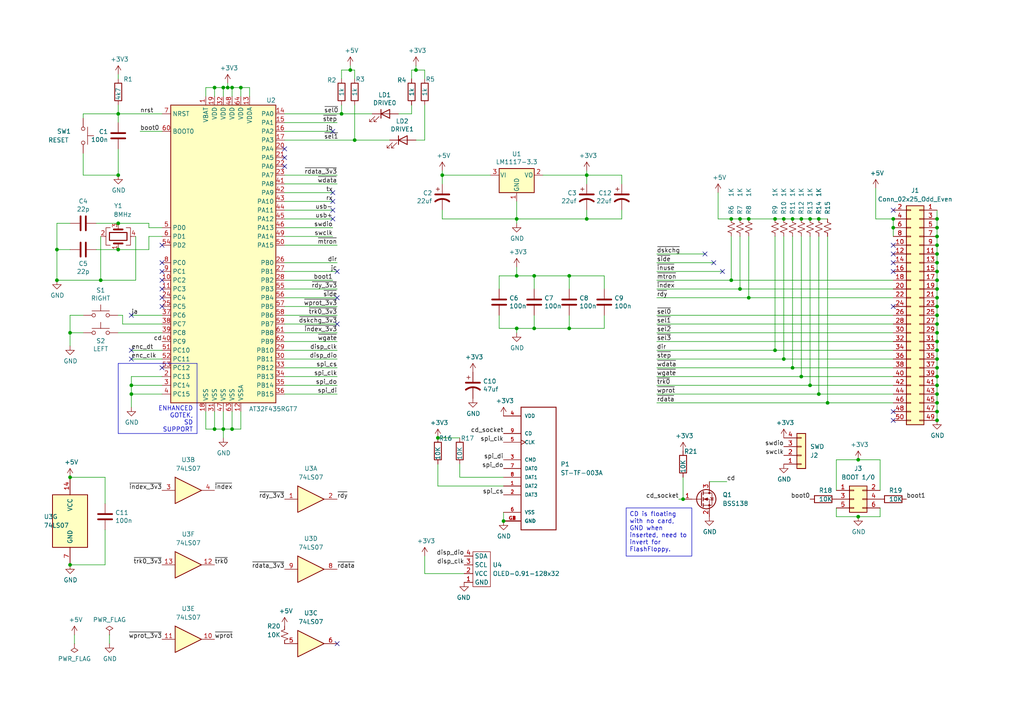
<source format=kicad_sch>
(kicad_sch (version 20230121) (generator eeschema)
  (paper "A4")
  (title_block (title "OpenFlops Ferguson") (date "2024-01-22") (rev "1.0") (company "SukkoPera / Chris Tersteeg") (comment 1 "Based on schematics by H.M") (comment 2 "Licensed under CERN OHL v.1.2"))
  (lib_symbols
    (symbol "74xx:74LS07" (pin_names (offset 1.016))
      (property "Reference" "U" (at 0 1.27 0))
      (property "Value" "74LS07" (at 0 -1.27 0))
      (symbol "74LS07_1_0"
        (pin input line (at -7.62 0 0) (length 3.81) (name "~") (number "1"))
        (pin open_collector line (at 7.62 0 180) (length 3.81) (name "~") (number "2"))
      )
      (symbol "74LS07_2_0"
        (pin input line (at -7.62 0 0) (length 3.81) (name "~") (number "3"))
        (pin open_collector line (at 7.62 0 180) (length 3.81) (name "~") (number "4"))
      )
      (symbol "74LS07_3_0"
        (pin input line (at -7.62 0 0) (length 3.81) (name "~") (number "5"))
        (pin open_collector line (at 7.62 0 180) (length 3.81) (name "~") (number "6"))
      )
      (symbol "74LS07_4_0"
        (pin open_collector line (at 7.62 0 180) (length 3.81) (name "~") (number "8"))
        (pin input line (at -7.62 0 0) (length 3.81) (name "~") (number "9"))
      )
      (symbol "74LS07_5_0"
        (pin open_collector line (at 7.62 0 180) (length 3.81) (name "~") (number "10"))
        (pin input line (at -7.62 0 0) (length 3.81) (name "~") (number "11"))
      )
      (symbol "74LS07_6_0"
        (pin open_collector line (at 7.62 0 180) (length 3.81) (name "~") (number "12"))
        (pin input line (at -7.62 0 0) (length 3.81) (name "~") (number "13"))
      )
      (symbol "74LS07_7_0"
        (pin power_in line (at 0 12.7 270) (length 5.08) (name "VCC") (number "14"))
        (pin power_in line (at 0 -12.7 90) (length 5.08) (name "GND") (number "7"))
      )
    )
    (symbol "Connector_Generic:Conn_01x04" (pin_names (offset 1.016) hide)
      (property "Reference" "J" (at 0 5.08 0))
      (property "Value" "Conn_01x04" (at 0 -7.62 0))
      (symbol "Conn_01x04_1_1"
        (pin passive line (at -5.08 2.54 0) (length 3.81) (name "Pin_1") (number "1"))
        (pin passive line (at -5.08 0 0) (length 3.81) (name "Pin_2") (number "2"))
        (pin passive line (at -5.08 -2.54 0) (length 3.81) (name "Pin_3") (number "3"))
        (pin passive line (at -5.08 -5.08 0) (length 3.81) (name "Pin_4") (number "4"))
      )
    )
    (symbol "Connector_Generic:Conn_02x03_Odd_Even" (pin_names (offset 1.016) hide)
      (property "Reference" "J" (at 1.27 5.08 0))
      (property "Value" "Conn_02x03_Odd_Even" (at 1.27 -5.08 0))
      (symbol "Conn_02x03_Odd_Even_1_1"
        (pin passive line (at -5.08 2.54 0) (length 3.81) (name "Pin_1") (number "1"))
        (pin passive line (at 7.62 2.54 180) (length 3.81) (name "Pin_2") (number "2"))
        (pin passive line (at -5.08 0 0) (length 3.81) (name "Pin_3") (number "3"))
        (pin passive line (at 7.62 0 180) (length 3.81) (name "Pin_4") (number "4"))
        (pin passive line (at -5.08 -2.54 0) (length 3.81) (name "Pin_5") (number "5"))
        (pin passive line (at 7.62 -2.54 180) (length 3.81) (name "Pin_6") (number "6"))
      )
    )
    (symbol "Connector_Generic:Conn_02x25_Odd_Even" (pin_names (offset 1.016) hide)
      (property "Reference" "J" (at 1.27 33.02 0))
      (property "Value" "Conn_02x25_Odd_Even" (at 1.27 -33.02 0))
      (symbol "Conn_02x25_Odd_Even_1_1"
        (pin passive line (at -5.08 30.48 0) (length 3.81) (name "Pin_1") (number "1"))
        (pin passive line (at 7.62 20.32 180) (length 3.81) (name "Pin_10") (number "10"))
        (pin passive line (at -5.08 17.78 0) (length 3.81) (name "Pin_11") (number "11"))
        (pin passive line (at 7.62 17.78 180) (length 3.81) (name "Pin_12") (number "12"))
        (pin passive line (at -5.08 15.24 0) (length 3.81) (name "Pin_13") (number "13"))
        (pin passive line (at 7.62 15.24 180) (length 3.81) (name "Pin_14") (number "14"))
        (pin passive line (at -5.08 12.7 0) (length 3.81) (name "Pin_15") (number "15"))
        (pin passive line (at 7.62 12.7 180) (length 3.81) (name "Pin_16") (number "16"))
        (pin passive line (at -5.08 10.16 0) (length 3.81) (name "Pin_17") (number "17"))
        (pin passive line (at 7.62 10.16 180) (length 3.81) (name "Pin_18") (number "18"))
        (pin passive line (at -5.08 7.62 0) (length 3.81) (name "Pin_19") (number "19"))
        (pin passive line (at 7.62 30.48 180) (length 3.81) (name "Pin_2") (number "2"))
        (pin passive line (at 7.62 7.62 180) (length 3.81) (name "Pin_20") (number "20"))
        (pin passive line (at -5.08 5.08 0) (length 3.81) (name "Pin_21") (number "21"))
        (pin passive line (at 7.62 5.08 180) (length 3.81) (name "Pin_22") (number "22"))
        (pin passive line (at -5.08 2.54 0) (length 3.81) (name "Pin_23") (number "23"))
        (pin passive line (at 7.62 2.54 180) (length 3.81) (name "Pin_24") (number "24"))
        (pin passive line (at -5.08 0 0) (length 3.81) (name "Pin_25") (number "25"))
        (pin passive line (at 7.62 0 180) (length 3.81) (name "Pin_26") (number "26"))
        (pin passive line (at -5.08 -2.54 0) (length 3.81) (name "Pin_27") (number "27"))
        (pin passive line (at 7.62 -2.54 180) (length 3.81) (name "Pin_28") (number "28"))
        (pin passive line (at -5.08 -5.08 0) (length 3.81) (name "Pin_29") (number "29"))
        (pin passive line (at -5.08 27.94 0) (length 3.81) (name "Pin_3") (number "3"))
        (pin passive line (at 7.62 -5.08 180) (length 3.81) (name "Pin_30") (number "30"))
        (pin passive line (at -5.08 -7.62 0) (length 3.81) (name "Pin_31") (number "31"))
        (pin passive line (at 7.62 -7.62 180) (length 3.81) (name "Pin_32") (number "32"))
        (pin passive line (at -5.08 -10.16 0) (length 3.81) (name "Pin_33") (number "33"))
        (pin passive line (at 7.62 -10.16 180) (length 3.81) (name "Pin_34") (number "34"))
        (pin passive line (at -5.08 -12.7 0) (length 3.81) (name "Pin_35") (number "35"))
        (pin passive line (at 7.62 -12.7 180) (length 3.81) (name "Pin_36") (number "36"))
        (pin passive line (at -5.08 -15.24 0) (length 3.81) (name "Pin_37") (number "37"))
        (pin passive line (at 7.62 -15.24 180) (length 3.81) (name "Pin_38") (number "38"))
        (pin passive line (at -5.08 -17.78 0) (length 3.81) (name "Pin_39") (number "39"))
        (pin passive line (at 7.62 27.94 180) (length 3.81) (name "Pin_4") (number "4"))
        (pin passive line (at 7.62 -17.78 180) (length 3.81) (name "Pin_40") (number "40"))
        (pin passive line (at -5.08 -20.32 0) (length 3.81) (name "Pin_41") (number "41"))
        (pin passive line (at 7.62 -20.32 180) (length 3.81) (name "Pin_42") (number "42"))
        (pin passive line (at -5.08 -22.86 0) (length 3.81) (name "Pin_43") (number "43"))
        (pin passive line (at 7.62 -22.86 180) (length 3.81) (name "Pin_44") (number "44"))
        (pin passive line (at -5.08 -25.4 0) (length 3.81) (name "Pin_45") (number "45"))
        (pin passive line (at 7.62 -25.4 180) (length 3.81) (name "Pin_46") (number "46"))
        (pin passive line (at -5.08 -27.94 0) (length 3.81) (name "Pin_47") (number "47"))
        (pin passive line (at 7.62 -27.94 180) (length 3.81) (name "Pin_48") (number "48"))
        (pin passive line (at -5.08 -30.48 0) (length 3.81) (name "Pin_49") (number "49"))
        (pin passive line (at -5.08 25.4 0) (length 3.81) (name "Pin_5") (number "5"))
        (pin passive line (at 7.62 -30.48 180) (length 3.81) (name "Pin_50") (number "50"))
        (pin passive line (at 7.62 25.4 180) (length 3.81) (name "Pin_6") (number "6"))
        (pin passive line (at -5.08 22.86 0) (length 3.81) (name "Pin_7") (number "7"))
        (pin passive line (at 7.62 22.86 180) (length 3.81) (name "Pin_8") (number "8"))
        (pin passive line (at -5.08 20.32 0) (length 3.81) (name "Pin_9") (number "9"))
      )
    )
    (symbol "Device:C" (pin_numbers hide) (pin_names (offset 0.254))
      (property "Reference" "C" (at 0.635 2.54 0))
      (property "Value" "C" (at 0.635 -2.54 0))
      (symbol "C_1_1"
        (pin passive line (at 0 3.81 270) (length 2.794) (name "~") (number "1"))
        (pin passive line (at 0 -3.81 90) (length 2.794) (name "~") (number "2"))
      )
    )
    (symbol "Device:Crystal_GND24" (pin_names (offset 1.016) hide)
      (property "Reference" "Y" (at 3.175 5.08 0))
      (property "Value" "Crystal_GND24" (at 3.175 3.175 0))
      (symbol "Crystal_GND24_1_1"
        (pin passive line (at -3.81 0 0) (length 1.27) (name "1") (number "1"))
        (pin passive line (at 0 5.08 270) (length 1.27) (name "2") (number "2"))
        (pin passive line (at 3.81 0 180) (length 1.27) (name "3") (number "3"))
        (pin passive line (at 0 -5.08 90) (length 1.27) (name "4") (number "4"))
      )
    )
    (symbol "Device:LED" (pin_numbers hide) (pin_names (offset 1.016) hide)
      (property "Reference" "D" (at 0 2.54 0))
      (property "Value" "LED" (at 0 -2.54 0))
      (symbol "LED_1_1"
        (pin passive line (at -3.81 0 0) (length 2.54) (name "K") (number "1"))
        (pin passive line (at 3.81 0 180) (length 2.54) (name "A") (number "2"))
      )
    )
    (symbol "Device:R" (pin_numbers hide) (pin_names (offset 0))
      (property "Reference" "R" (at 2.032 0 90))
      (property "Value" "R" (at 0 0 90))
      (symbol "R_1_1"
        (pin passive line (at 0 3.81 270) (length 1.27) (name "~") (number "1"))
        (pin passive line (at 0 -3.81 90) (length 1.27) (name "~") (number "2"))
      )
    )
    (symbol "Device:R_Small_US" (pin_numbers hide) (pin_names (offset 0.254) hide)
      (property "Reference" "R" (at 0.762 0.508 0))
      (property "Value" "R_Small_US" (at 0.762 -1.016 0))
      (symbol "R_Small_US_1_1"
        (pin passive line (at 0 2.54 270) (length 1.016) (name "~") (number "1"))
        (pin passive line (at 0 -2.54 90) (length 1.016) (name "~") (number "2"))
      )
    )
    (symbol "OpenFlops-rescue:+3.3V-power" (power) (pin_names (offset 0))
      (property "Value" "+3.3V-power" (at 0 3.556 0))
      (symbol "+3.3V-power_1_1"
        (pin power_in line (at 0 0 90) (length 0) hide (name "+3V3") (number "1"))
      )
    )
    (symbol "OpenFlops-rescue:CP1-Device" (pin_numbers hide) (pin_names (offset 0.254) hide)
      (property "Reference" "C" (at 0.635 2.54 0))
      (property "Value" "Device_CP1" (at 0.635 -2.54 0))
      (symbol "CP1-Device_1_1"
        (pin passive line (at 0 3.81 270) (length 2.794) (name "~") (number "1"))
        (pin passive line (at 0 -3.81 90) (length 3.302) (name "~") (number "2"))
      )
    )
    (symbol "OpenFlops-rescue:LM1117-3.3-Regulator_Linear" (pin_names (offset 0.254))
      (property "Reference" "U" (at -3.81 3.175 0))
      (property "Value" "Regulator_Linear_LM1117-3.3" (at 0 3.175 0))
      (symbol "LM1117-3.3-Regulator_Linear_1_1"
        (pin power_in line (at 0 -7.62 90) (length 2.54) (name "GND") (number "1"))
        (pin power_out line (at 7.62 0 180) (length 2.54) (name "VO") (number "2"))
        (pin power_in line (at -7.62 0 0) (length 2.54) (name "VI") (number "3"))
      )
    )
    (symbol "OpenFlops-rescue:STM32F105RBTx-MCU_ST_STM32F1"
      (property "Reference" "U" (at -15.24 44.45 0))
      (property "Value" "MCU_ST_STM32F1_STM32F105RBTx" (at 10.16 44.45 0))
      (symbol "STM32F105RBTx-MCU_ST_STM32F1_1_1"
        (pin power_in line (at -5.08 45.72 270) (length 2.54) (name "VBAT") (number "1"))
        (pin bidirectional line (at -17.78 -7.62 0) (length 2.54) (name "PC2") (number "10"))
        (pin bidirectional line (at -17.78 -10.16 0) (length 2.54) (name "PC3") (number "11"))
        (pin power_in line (at 5.08 -45.72 90) (length 2.54) (name "VSSA") (number "12"))
        (pin power_in line (at 7.62 45.72 270) (length 2.54) (name "VDDA") (number "13"))
        (pin bidirectional line (at 17.78 40.64 180) (length 2.54) (name "PA0") (number "14"))
        (pin bidirectional line (at 17.78 38.1 180) (length 2.54) (name "PA1") (number "15"))
        (pin bidirectional line (at 17.78 35.56 180) (length 2.54) (name "PA2") (number "16"))
        (pin bidirectional line (at 17.78 33.02 180) (length 2.54) (name "PA3") (number "17"))
        (pin power_in line (at -5.08 -45.72 90) (length 2.54) (name "VSS") (number "18"))
        (pin power_in line (at -2.54 45.72 270) (length 2.54) (name "VDD") (number "19"))
        (pin bidirectional line (at -17.78 -35.56 0) (length 2.54) (name "PC13") (number "2"))
        (pin bidirectional line (at 17.78 30.48 180) (length 2.54) (name "PA4") (number "20"))
        (pin bidirectional line (at 17.78 27.94 180) (length 2.54) (name "PA5") (number "21"))
        (pin bidirectional line (at 17.78 25.4 180) (length 2.54) (name "PA6") (number "22"))
        (pin bidirectional line (at 17.78 22.86 180) (length 2.54) (name "PA7") (number "23"))
        (pin bidirectional line (at -17.78 -12.7 0) (length 2.54) (name "PC4") (number "24"))
        (pin bidirectional line (at -17.78 -15.24 0) (length 2.54) (name "PC5") (number "25"))
        (pin bidirectional line (at 17.78 -2.54 180) (length 2.54) (name "PB0") (number "26"))
        (pin bidirectional line (at 17.78 -5.08 180) (length 2.54) (name "PB1") (number "27"))
        (pin bidirectional line (at 17.78 -7.62 180) (length 2.54) (name "PB2") (number "28"))
        (pin bidirectional line (at 17.78 -27.94 180) (length 2.54) (name "PB10") (number "29"))
        (pin bidirectional line (at -17.78 -38.1 0) (length 2.54) (name "PC14") (number "3"))
        (pin bidirectional line (at 17.78 -30.48 180) (length 2.54) (name "PB11") (number "30"))
        (pin power_in line (at -2.54 -45.72 90) (length 2.54) (name "VSS") (number "31"))
        (pin power_in line (at 0 45.72 270) (length 2.54) (name "VDD") (number "32"))
        (pin bidirectional line (at 17.78 -33.02 180) (length 2.54) (name "PB12") (number "33"))
        (pin bidirectional line (at 17.78 -35.56 180) (length 2.54) (name "PB13") (number "34"))
        (pin bidirectional line (at 17.78 -38.1 180) (length 2.54) (name "PB14") (number "35"))
        (pin bidirectional line (at 17.78 -40.64 180) (length 2.54) (name "PB15") (number "36"))
        (pin bidirectional line (at -17.78 -17.78 0) (length 2.54) (name "PC6") (number "37"))
        (pin bidirectional line (at -17.78 -20.32 0) (length 2.54) (name "PC7") (number "38"))
        (pin bidirectional line (at -17.78 -22.86 0) (length 2.54) (name "PC8") (number "39"))
        (pin bidirectional line (at -17.78 -40.64 0) (length 2.54) (name "PC15") (number "4"))
        (pin bidirectional line (at -17.78 -25.4 0) (length 2.54) (name "PC9") (number "40"))
        (pin bidirectional line (at 17.78 20.32 180) (length 2.54) (name "PA8") (number "41"))
        (pin bidirectional line (at 17.78 17.78 180) (length 2.54) (name "PA9") (number "42"))
        (pin bidirectional line (at 17.78 15.24 180) (length 2.54) (name "PA10") (number "43"))
        (pin bidirectional line (at 17.78 12.7 180) (length 2.54) (name "PA11") (number "44"))
        (pin bidirectional line (at 17.78 10.16 180) (length 2.54) (name "PA12") (number "45"))
        (pin bidirectional line (at 17.78 7.62 180) (length 2.54) (name "PA13") (number "46"))
        (pin power_in line (at 0 -45.72 90) (length 2.54) (name "VSS") (number "47"))
        (pin power_in line (at 2.54 45.72 270) (length 2.54) (name "VDD") (number "48"))
        (pin bidirectional line (at 17.78 5.08 180) (length 2.54) (name "PA14") (number "49"))
        (pin input line (at -17.78 7.62 0) (length 2.54) (name "PD0") (number "5"))
        (pin bidirectional line (at 17.78 2.54 180) (length 2.54) (name "PA15") (number "50"))
        (pin bidirectional line (at -17.78 -27.94 0) (length 2.54) (name "PC10") (number "51"))
        (pin bidirectional line (at -17.78 -30.48 0) (length 2.54) (name "PC11") (number "52"))
        (pin bidirectional line (at -17.78 -33.02 0) (length 2.54) (name "PC12") (number "53"))
        (pin bidirectional line (at -17.78 2.54 0) (length 2.54) (name "PD2") (number "54"))
        (pin bidirectional line (at 17.78 -10.16 180) (length 2.54) (name "PB3") (number "55"))
        (pin bidirectional line (at 17.78 -12.7 180) (length 2.54) (name "PB4") (number "56"))
        (pin bidirectional line (at 17.78 -15.24 180) (length 2.54) (name "PB5") (number "57"))
        (pin bidirectional line (at 17.78 -17.78 180) (length 2.54) (name "PB6") (number "58"))
        (pin bidirectional line (at 17.78 -20.32 180) (length 2.54) (name "PB7") (number "59"))
        (pin input line (at -17.78 5.08 0) (length 2.54) (name "PD1") (number "6"))
        (pin input line (at -17.78 35.56 0) (length 2.54) (name "BOOT0") (number "60"))
        (pin bidirectional line (at 17.78 -22.86 180) (length 2.54) (name "PB8") (number "61"))
        (pin bidirectional line (at 17.78 -25.4 180) (length 2.54) (name "PB9") (number "62"))
        (pin power_in line (at 2.54 -45.72 90) (length 2.54) (name "VSS") (number "63"))
        (pin power_in line (at 5.08 45.72 270) (length 2.54) (name "VDD") (number "64"))
        (pin input line (at -17.78 40.64 0) (length 2.54) (name "NRST") (number "7"))
        (pin bidirectional line (at -17.78 -2.54 0) (length 2.54) (name "PC0") (number "8"))
        (pin bidirectional line (at -17.78 -5.08 0) (length 2.54) (name "PC1") (number "9"))
      )
    )
    (symbol "ST-TF-003A:ST-TF-003A" (pin_names (offset 1.016))
      (property "Reference" "P" (at 0 17.8054 0))
      (property "Value" "ST-TF-003A" (at 0 -20.3454 0))
      (symbol "ST-TF-003A_0_0"
        (pin bidirectional line (at -5.08 -5.08 0) (length 5.08) (name "DAT2") (number "1"))
        (pin bidirectional line (at -5.08 -7.62 0) (length 5.08) (name "DAT3") (number "2"))
        (pin bidirectional line (at -5.08 2.54 0) (length 5.08) (name "CMD") (number "3"))
        (pin power_in line (at -5.08 15.24 0) (length 5.08) (name "VDD") (number "4"))
        (pin input clock (at -5.08 7.62 0) (length 5.08) (name "CLK") (number "5"))
        (pin passive line (at -5.08 -12.7 0) (length 5.08) (name "VSS") (number "6"))
        (pin bidirectional line (at -5.08 0 0) (length 5.08) (name "DAT0") (number "7"))
        (pin bidirectional line (at -5.08 -2.54 0) (length 5.08) (name "DAT1") (number "8"))
        (pin input line (at -5.08 10.16 0) (length 5.08) (name "CD") (number "9"))
        (pin passive line (at -5.08 -15.24 0) (length 5.08) (name "GND") (number "G2"))
        (pin passive line (at -5.08 -15.24 0) (length 5.08) (name "GND") (number "G3"))
        (pin passive line (at -5.08 -15.24 0) (length 5.08) (name "GND") (number "G4"))
      )
      (symbol "ST-TF-003A_1_0"
        (pin passive line (at -5.08 -15.24 0) (length 5.08) (name "GND") (number "G1"))
      )
    )
    (symbol "Switch:SW_Push" (pin_numbers hide) (pin_names (offset 1.016) hide)
      (property "Reference" "SW" (at 1.27 2.54 0))
      (property "Value" "SW_Push" (at 0 -1.524 0))
      (symbol "SW_Push_0_1"
        (pin passive line (at -5.08 0 0) (length 2.54) (name "1") (number "1"))
        (pin passive line (at 5.08 0 180) (length 2.54) (name "2") (number "2"))
      )
    )
    (symbol "Tersteeg:OLED-0.91-128x32"
      (property "Reference" "U" (at 0 -5.08 0))
      (property "Value" "OLED-0.91-128x32" (at 0 -5.08 0))
      (symbol "OLED-0.91-128x32_1_1"
        (pin input line (at -5.08 -2.54 0) (length 2.54) (name "GND") (number "1"))
        (pin input line (at -5.08 0 0) (length 2.54) (name "VCC") (number "2"))
        (pin input line (at -5.08 2.54 0) (length 2.54) (name "SCL") (number "3"))
        (pin input line (at -5.08 5.08 0) (length 2.54) (name "SDA") (number "4"))
      )
    )
    (symbol "Transistor_FET:BSS138" (pin_names hide)
      (property "Reference" "Q" (at 5.08 1.905 0))
      (property "Value" "BSS138" (at 5.08 0 0))
      (symbol "BSS138_1_1"
        (pin input line (at -5.08 0 0) (length 2.54) (name "G") (number "1"))
        (pin passive line (at 2.54 -5.08 90) (length 2.54) (name "S") (number "2"))
        (pin passive line (at 2.54 5.08 270) (length 2.54) (name "D") (number "3"))
      )
    )
    (symbol "power:+5V" (power) (pin_names (offset 0))
      (property "Value" "+5V" (at 0 3.556 0))
      (symbol "+5V_1_1"
        (pin power_in line (at 0 0 90) (length 0) hide (name "+5V") (number "1"))
      )
    )
    (symbol "power:GND" (power) (pin_names (offset 0))
      (property "Value" "GND" (at 0 -3.81 0))
      (symbol "GND_1_1"
        (pin power_in line (at 0 0 270) (length 0) hide (name "GND") (number "1"))
      )
    )
    (symbol "power:PWR_FLAG" (power) (pin_numbers hide) (pin_names (offset 0) hide)
      (property "Value" "PWR_FLAG" (at 0 3.81 0))
      (symbol "PWR_FLAG_0_0"
        (pin power_out line (at 0 0 90) (length 0) (name "pwr") (number "1"))
      )
    )
  )
  (junction (at 154.94 95.25))
  (junction (at 212.09 63.5))
  (junction (at 198.12 144.78))
  (junction (at 234.95 63.5))
  (junction (at 34.29 72.39))
  (junction (at 102.87 40.64))
  (junction (at 271.78 86.36))
  (junction (at 64.77 25.4))
  (junction (at 165.1 80.01))
  (junction (at 271.78 76.2))
  (junction (at 217.17 63.5))
  (junction (at 271.78 114.3))
  (junction (at 229.87 106.68))
  (junction (at 64.77 124.46))
  (junction (at 16.51 81.28))
  (junction (at 20.32 163.83))
  (junction (at 217.17 86.36))
  (junction (at 165.1 95.25))
  (junction (at 170.18 50.8))
  (junction (at 34.29 33.02))
  (junction (at 271.78 93.98))
  (junction (at 234.95 111.76))
  (junction (at 259.08 66.04))
  (junction (at 232.41 109.22))
  (junction (at 62.23 124.46))
  (junction (at 237.49 114.3))
  (junction (at 69.85 25.4))
  (junction (at 149.86 80.01))
  (junction (at 271.78 91.44))
  (junction (at 271.78 109.22))
  (junction (at 271.78 78.74))
  (junction (at 34.29 50.8))
  (junction (at 271.78 96.52))
  (junction (at 214.63 83.82))
  (junction (at 34.29 64.77))
  (junction (at 248.92 133.35))
  (junction (at 271.78 101.6))
  (junction (at 67.31 25.4))
  (junction (at 120.65 20.32))
  (junction (at 271.78 73.66))
  (junction (at 271.78 83.82))
  (junction (at 227.33 104.14))
  (junction (at 224.79 63.5))
  (junction (at 20.32 96.52))
  (junction (at 240.03 116.84))
  (junction (at 38.1 114.3))
  (junction (at 232.41 63.5))
  (junction (at 271.78 116.84))
  (junction (at 16.51 72.39))
  (junction (at 237.49 63.5))
  (junction (at 271.78 121.92))
  (junction (at 214.63 63.5))
  (junction (at 20.32 138.43))
  (junction (at 149.86 95.25))
  (junction (at 271.78 81.28))
  (junction (at 99.06 33.02))
  (junction (at 146.05 151.13))
  (junction (at 271.78 111.76))
  (junction (at 212.09 81.28))
  (junction (at 149.86 63.5))
  (junction (at 29.21 81.28))
  (junction (at 271.78 66.04))
  (junction (at 67.31 124.46))
  (junction (at 127 127))
  (junction (at 128.27 50.8))
  (junction (at 271.78 71.12))
  (junction (at 271.78 99.06))
  (junction (at 271.78 88.9))
  (junction (at 259.08 63.5))
  (junction (at 271.78 63.5))
  (junction (at 271.78 106.68))
  (junction (at 66.04 25.4))
  (junction (at 271.78 68.58))
  (junction (at 38.1 111.76))
  (junction (at 271.78 104.14))
  (junction (at 248.92 149.86))
  (junction (at 101.6 20.32))
  (junction (at 229.87 63.5))
  (junction (at 154.94 80.01))
  (junction (at 227.33 63.5))
  (junction (at 62.23 25.4))
  (junction (at 271.78 119.38))
  (junction (at 224.79 101.6))
  (junction (at 170.18 63.5))
  (no_connect (at 46.99 81.28))
  (no_connect (at 46.99 88.9))
  (no_connect (at 259.08 78.74))
  (no_connect (at 259.08 88.9))
  (no_connect (at 96.52 55.88))
  (no_connect (at 207.01 76.2))
  (no_connect (at 259.08 121.92))
  (no_connect (at 46.99 71.12))
  (no_connect (at 46.99 76.2))
  (no_connect (at 259.08 73.66))
  (no_connect (at 46.99 78.74))
  (no_connect (at 46.99 106.68))
  (no_connect (at 259.08 60.96))
  (no_connect (at 97.79 78.74))
  (no_connect (at 259.08 76.2))
  (no_connect (at 38.1 104.14))
  (no_connect (at 204.47 73.66))
  (no_connect (at 96.52 60.96))
  (no_connect (at 82.55 45.72))
  (no_connect (at 46.99 83.82))
  (no_connect (at 82.55 43.18))
  (no_connect (at 209.55 78.74))
  (no_connect (at 97.79 186.69))
  (no_connect (at 82.55 48.26))
  (no_connect (at 38.1 91.44))
  (no_connect (at 46.99 86.36))
  (no_connect (at 38.1 101.6))
  (no_connect (at 259.08 119.38))
  (no_connect (at 96.52 63.5))
  (no_connect (at 97.79 93.98))
  (no_connect (at 96.52 38.1))
  (no_connect (at 96.52 58.42))
  (no_connect (at 97.79 86.36))
  (no_connect (at 259.08 71.12))
  (wire (pts (xy 227.33 68.58) (xy 227.33 104.14)))
  (wire (pts (xy 69.85 27.94) (xy 69.85 25.4)))
  (wire (pts (xy 149.86 95.25) (xy 149.86 96.52)))
  (wire (pts (xy 240.03 116.84) (xy 259.08 116.84)))
  (wire (pts (xy 35.56 91.44) (xy 35.56 93.98)))
  (wire (pts (xy 46.99 114.3) (xy 38.1 114.3)))
  (wire (pts (xy 82.55 111.76) (xy 97.79 111.76)))
  (wire (pts (xy 82.55 109.22) (xy 97.79 109.22)))
  (wire (pts (xy 255.27 142.24) (xy 255.27 133.35)))
  (wire (pts (xy 34.29 72.39) (xy 43.18 72.39)))
  (wire (pts (xy 259.08 66.04) (xy 259.08 68.58)))
  (wire (pts (xy 232.41 109.22) (xy 259.08 109.22)))
  (wire (pts (xy 271.78 68.58) (xy 271.78 71.12)))
  (wire (pts (xy 237.49 68.58) (xy 237.49 114.3)))
  (wire (pts (xy 102.87 20.32) (xy 102.87 22.86)))
  (wire (pts (xy 82.55 99.06) (xy 97.79 99.06)))
  (wire (pts (xy 82.55 58.42) (xy 96.52 58.42)))
  (wire (pts (xy 43.18 68.58) (xy 43.18 72.39)))
  (wire (pts (xy 82.55 63.5) (xy 96.52 63.5)))
  (wire (pts (xy 190.5 99.06) (xy 259.08 99.06)))
  (wire (pts (xy 82.55 88.9) (xy 97.79 88.9)))
  (wire (pts (xy 99.06 20.32) (xy 101.6 20.32)))
  (wire (pts (xy 64.77 119.38) (xy 64.77 124.46)))
  (wire (pts (xy 214.63 83.82) (xy 259.08 83.82)))
  (wire (pts (xy 62.23 119.38) (xy 62.23 124.46)))
  (wire (pts (xy 149.86 63.5) (xy 149.86 64.77)))
  (wire (pts (xy 271.78 114.3) (xy 271.78 116.84)))
  (wire (pts (xy 227.33 63.5) (xy 229.87 63.5)))
  (wire (pts (xy 144.78 80.01) (xy 149.86 80.01)))
  (wire (pts (xy 259.08 63.5) (xy 259.08 66.04)))
  (wire (pts (xy 82.55 33.02) (xy 99.06 33.02)))
  (wire (pts (xy 20.32 72.39) (xy 16.51 72.39)))
  (wire (pts (xy 82.55 68.58) (xy 96.52 68.58)))
  (wire (pts (xy 190.5 114.3) (xy 237.49 114.3)))
  (wire (pts (xy 212.09 81.28) (xy 259.08 81.28)))
  (wire (pts (xy 271.78 109.22) (xy 271.78 111.76)))
  (wire (pts (xy 16.51 72.39) (xy 16.51 81.28)))
  (wire (pts (xy 82.55 86.36) (xy 97.79 86.36)))
  (wire (pts (xy 190.5 81.28) (xy 212.09 81.28)))
  (wire (pts (xy 217.17 63.5) (xy 224.79 63.5)))
  (wire (pts (xy 240.03 68.58) (xy 240.03 116.84)))
  (wire (pts (xy 190.5 73.66) (xy 204.47 73.66)))
  (wire (pts (xy 214.63 68.58) (xy 214.63 83.82)))
  (wire (pts (xy 59.69 124.46) (xy 59.69 119.38)))
  (wire (pts (xy 190.5 104.14) (xy 227.33 104.14)))
  (wire (pts (xy 208.28 55.88) (xy 208.28 63.5)))
  (wire (pts (xy 144.78 95.25) (xy 149.86 95.25)))
  (wire (pts (xy 229.87 63.5) (xy 232.41 63.5)))
  (wire (pts (xy 120.65 19.05) (xy 120.65 20.32)))
  (wire (pts (xy 99.06 33.02) (xy 107.95 33.02)))
  (wire (pts (xy 198.12 138.43) (xy 198.12 144.78)))
  (wire (pts (xy 82.55 101.6) (xy 97.79 101.6)))
  (wire (pts (xy 82.55 76.2) (xy 97.79 76.2)))
  (wire (pts (xy 149.86 80.01) (xy 154.94 80.01)))
  (wire (pts (xy 24.13 50.8) (xy 34.29 50.8)))
  (wire (pts (xy 255.27 147.32) (xy 255.27 149.86)))
  (wire (pts (xy 119.38 30.48) (xy 119.38 33.02)))
  (wire (pts (xy 119.38 20.32) (xy 119.38 22.86)))
  (wire (pts (xy 190.5 83.82) (xy 214.63 83.82)))
  (wire (pts (xy 115.57 33.02) (xy 119.38 33.02)))
  (wire (pts (xy 46.99 104.14) (xy 38.1 104.14)))
  (wire (pts (xy 224.79 101.6) (xy 259.08 101.6)))
  (wire (pts (xy 66.04 24.13) (xy 66.04 25.4)))
  (wire (pts (xy 170.18 50.8) (xy 170.18 53.34)))
  (wire (pts (xy 154.94 80.01) (xy 165.1 80.01)))
  (wire (pts (xy 29.21 81.28) (xy 16.51 81.28)))
  (wire (pts (xy 34.29 33.02) (xy 46.99 33.02)))
  (wire (pts (xy 271.78 81.28) (xy 271.78 83.82)))
  (wire (pts (xy 170.18 49.53) (xy 170.18 50.8)))
  (wire (pts (xy 190.5 96.52) (xy 259.08 96.52)))
  (wire (pts (xy 229.87 106.68) (xy 259.08 106.68)))
  (wire (pts (xy 123.19 166.37) (xy 134.62 166.37)))
  (wire (pts (xy 154.94 95.25) (xy 165.1 95.25)))
  (wire (pts (xy 35.56 93.98) (xy 46.99 93.98)))
  (wire (pts (xy 212.09 68.58) (xy 212.09 81.28)))
  (wire (pts (xy 38.1 114.3) (xy 38.1 118.11)))
  (wire (pts (xy 190.5 109.22) (xy 232.41 109.22)))
  (wire (pts (xy 180.34 53.34) (xy 180.34 50.8)))
  (wire (pts (xy 62.23 27.94) (xy 62.23 25.4)))
  (wire (pts (xy 190.5 78.74) (xy 209.55 78.74)))
  (wire (pts (xy 227.33 104.14) (xy 259.08 104.14)))
  (wire (pts (xy 180.34 63.5) (xy 170.18 63.5)))
  (wire (pts (xy 190.5 111.76) (xy 234.95 111.76)))
  (wire (pts (xy 255.27 149.86) (xy 248.92 149.86)))
  (wire (pts (xy 208.28 63.5) (xy 212.09 63.5)))
  (wire (pts (xy 20.32 163.83) (xy 30.48 163.83)))
  (wire (pts (xy 271.78 119.38) (xy 271.78 121.92)))
  (wire (pts (xy 62.23 25.4) (xy 64.77 25.4)))
  (wire (pts (xy 62.23 124.46) (xy 59.69 124.46)))
  (wire (pts (xy 82.55 71.12) (xy 97.79 71.12)))
  (wire (pts (xy 16.51 64.77) (xy 16.51 72.39)))
  (wire (pts (xy 212.09 63.5) (xy 214.63 63.5)))
  (wire (pts (xy 271.78 73.66) (xy 271.78 76.2)))
  (wire (pts (xy 224.79 68.58) (xy 224.79 101.6)))
  (wire (pts (xy 128.27 49.53) (xy 128.27 50.8)))
  (wire (pts (xy 271.78 116.84) (xy 271.78 119.38)))
  (wire (pts (xy 82.55 83.82) (xy 97.79 83.82)))
  (wire (pts (xy 102.87 40.64) (xy 113.03 40.64)))
  (wire (pts (xy 190.5 116.84) (xy 240.03 116.84)))
  (wire (pts (xy 39.37 81.28) (xy 29.21 81.28)))
  (wire (pts (xy 69.85 25.4) (xy 72.39 25.4)))
  (wire (pts (xy 190.5 76.2) (xy 207.01 76.2)))
  (wire (pts (xy 237.49 63.5) (xy 240.03 63.5)))
  (wire (pts (xy 271.78 111.76) (xy 271.78 114.3)))
  (wire (pts (xy 24.13 34.29) (xy 24.13 33.02)))
  (wire (pts (xy 229.87 68.58) (xy 229.87 106.68)))
  (wire (pts (xy 271.78 106.68) (xy 271.78 109.22)))
  (wire (pts (xy 72.39 25.4) (xy 72.39 27.94)))
  (wire (pts (xy 175.26 95.25) (xy 175.26 91.44)))
  (wire (pts (xy 180.34 60.96) (xy 180.34 63.5)))
  (wire (pts (xy 175.26 80.01) (xy 175.26 83.82)))
  (wire (pts (xy 34.29 21.59) (xy 34.29 22.86)))
  (wire (pts (xy 21.59 186.69) (xy 21.59 184.15)))
  (wire (pts (xy 271.78 78.74) (xy 271.78 81.28)))
  (wire (pts (xy 43.18 66.04) (xy 46.99 66.04)))
  (wire (pts (xy 99.06 30.48) (xy 99.06 33.02)))
  (wire (pts (xy 67.31 25.4) (xy 69.85 25.4)))
  (wire (pts (xy 82.55 60.96) (xy 96.52 60.96)))
  (wire (pts (xy 82.55 38.1) (xy 96.52 38.1)))
  (wire (pts (xy 64.77 27.94) (xy 64.77 25.4)))
  (wire (pts (xy 214.63 63.5) (xy 217.17 63.5)))
  (wire (pts (xy 67.31 27.94) (xy 67.31 25.4)))
  (wire (pts (xy 120.65 40.64) (xy 123.19 40.64)))
  (wire (pts (xy 82.55 50.8) (xy 97.79 50.8)))
  (wire (pts (xy 64.77 124.46) (xy 64.77 127)))
  (wire (pts (xy 27.94 64.77) (xy 34.29 64.77)))
  (wire (pts (xy 242.57 147.32) (xy 242.57 149.86)))
  (wire (pts (xy 46.99 109.22) (xy 38.1 109.22)))
  (polyline (pts (xy 57.15 105.41) (xy 57.15 125.73)))
  (wire (pts (xy 271.78 93.98) (xy 271.78 96.52)))
  (wire (pts (xy 255.27 133.35) (xy 248.92 133.35)))
  (wire (pts (xy 64.77 25.4) (xy 66.04 25.4)))
  (wire (pts (xy 43.18 64.77) (xy 43.18 66.04)))
  (wire (pts (xy 123.19 30.48) (xy 123.19 40.64)))
  (wire (pts (xy 46.99 111.76) (xy 38.1 111.76)))
  (wire (pts (xy 34.29 33.02) (xy 34.29 35.56)))
  (wire (pts (xy 271.78 63.5) (xy 271.78 66.04)))
  (wire (pts (xy 232.41 63.5) (xy 234.95 63.5)))
  (wire (pts (xy 149.86 58.42) (xy 149.86 63.5)))
  (wire (pts (xy 102.87 30.48) (xy 102.87 40.64)))
  (wire (pts (xy 254 54.61) (xy 254 63.5)))
  (wire (pts (xy 82.55 53.34) (xy 97.79 53.34)))
  (wire (pts (xy 82.55 81.28) (xy 96.52 81.28)))
  (wire (pts (xy 46.99 101.6) (xy 38.1 101.6)))
  (wire (pts (xy 46.99 68.58) (xy 43.18 68.58)))
  (wire (pts (xy 154.94 83.82) (xy 154.94 80.01)))
  (wire (pts (xy 271.78 76.2) (xy 271.78 78.74)))
  (wire (pts (xy 34.29 91.44) (xy 35.56 91.44)))
  (wire (pts (xy 82.55 35.56) (xy 97.79 35.56)))
  (wire (pts (xy 144.78 91.44) (xy 144.78 95.25)))
  (wire (pts (xy 271.78 91.44) (xy 271.78 93.98)))
  (wire (pts (xy 190.5 86.36) (xy 217.17 86.36)))
  (wire (pts (xy 101.6 19.05) (xy 101.6 20.32)))
  (wire (pts (xy 157.48 50.8) (xy 170.18 50.8)))
  (wire (pts (xy 234.95 68.58) (xy 234.95 111.76)))
  (wire (pts (xy 271.78 101.6) (xy 271.78 104.14)))
  (wire (pts (xy 82.55 55.88) (xy 96.52 55.88)))
  (wire (pts (xy 237.49 114.3) (xy 259.08 114.3)))
  (wire (pts (xy 180.34 50.8) (xy 170.18 50.8)))
  (wire (pts (xy 99.06 20.32) (xy 99.06 22.86)))
  (polyline (pts (xy 57.15 125.73) (xy 34.29 125.73)))
  (wire (pts (xy 271.78 88.9) (xy 271.78 91.44)))
  (wire (pts (xy 190.5 106.68) (xy 229.87 106.68)))
  (wire (pts (xy 24.13 33.02) (xy 34.29 33.02)))
  (wire (pts (xy 271.78 104.14) (xy 271.78 106.68)))
  (wire (pts (xy 38.1 109.22) (xy 38.1 111.76)))
  (wire (pts (xy 64.77 124.46) (xy 67.31 124.46)))
  (wire (pts (xy 242.57 133.35) (xy 248.92 133.35)))
  (wire (pts (xy 24.13 96.52) (xy 20.32 96.52)))
  (wire (pts (xy 165.1 80.01) (xy 175.26 80.01)))
  (wire (pts (xy 170.18 63.5) (xy 170.18 60.96)))
  (wire (pts (xy 24.13 44.45) (xy 24.13 50.8)))
  (wire (pts (xy 165.1 95.25) (xy 175.26 95.25)))
  (wire (pts (xy 38.1 91.44) (xy 46.99 91.44)))
  (wire (pts (xy 67.31 124.46) (xy 67.31 119.38)))
  (wire (pts (xy 234.95 111.76) (xy 259.08 111.76)))
  (wire (pts (xy 120.65 20.32) (xy 123.19 20.32)))
  (wire (pts (xy 34.29 30.48) (xy 34.29 33.02)))
  (wire (pts (xy 146.05 138.43) (xy 133.35 138.43)))
  (wire (pts (xy 149.86 77.47) (xy 149.86 80.01)))
  (wire (pts (xy 82.55 106.68) (xy 97.79 106.68)))
  (wire (pts (xy 69.85 119.38) (xy 69.85 124.46)))
  (wire (pts (xy 82.55 91.44) (xy 97.79 91.44)))
  (wire (pts (xy 242.57 142.24) (xy 242.57 133.35)))
  (wire (pts (xy 101.6 20.32) (xy 102.87 20.32)))
  (wire (pts (xy 128.27 63.5) (xy 149.86 63.5)))
  (wire (pts (xy 82.55 40.64) (xy 102.87 40.64)))
  (wire (pts (xy 133.35 138.43) (xy 133.35 134.62)))
  (wire (pts (xy 224.79 63.5) (xy 227.33 63.5)))
  (wire (pts (xy 119.38 20.32) (xy 120.65 20.32)))
  (wire (pts (xy 165.1 95.25) (xy 165.1 91.44)))
  (wire (pts (xy 66.04 25.4) (xy 67.31 25.4)))
  (wire (pts (xy 62.23 124.46) (xy 64.77 124.46)))
  (wire (pts (xy 271.78 96.52) (xy 271.78 99.06)))
  (wire (pts (xy 123.19 20.32) (xy 123.19 22.86)))
  (wire (pts (xy 38.1 111.76) (xy 38.1 114.3)))
  (wire (pts (xy 165.1 80.01) (xy 165.1 83.82)))
  (wire (pts (xy 29.21 68.58) (xy 29.21 81.28)))
  (wire (pts (xy 34.29 96.52) (xy 46.99 96.52)))
  (wire (pts (xy 31.75 184.15) (xy 31.75 186.69)))
  (wire (pts (xy 128.27 50.8) (xy 142.24 50.8)))
  (wire (pts (xy 154.94 91.44) (xy 154.94 95.25)))
  (wire (pts (xy 196.85 144.78) (xy 198.12 144.78)))
  (wire (pts (xy 69.85 124.46) (xy 67.31 124.46)))
  (wire (pts (xy 254 63.5) (xy 259.08 63.5)))
  (wire (pts (xy 128.27 60.96) (xy 128.27 63.5)))
  (wire (pts (xy 271.78 83.82) (xy 271.78 86.36)))
  (wire (pts (xy 144.78 83.82) (xy 144.78 80.01)))
  (wire (pts (xy 232.41 68.58) (xy 232.41 109.22)))
  (wire (pts (xy 127 140.97) (xy 127 134.62)))
  (wire (pts (xy 20.32 91.44) (xy 20.32 96.52)))
  (wire (pts (xy 127 127) (xy 133.35 127)))
  (wire (pts (xy 24.13 91.44) (xy 20.32 91.44)))
  (wire (pts (xy 39.37 68.58) (xy 39.37 81.28)))
  (wire (pts (xy 123.19 161.29) (xy 123.19 166.37)))
  (polyline (pts (xy 34.29 105.41) (xy 57.15 105.41)))
  (wire (pts (xy 27.94 72.39) (xy 34.29 72.39)))
  (wire (pts (xy 271.78 71.12) (xy 271.78 73.66)))
  (wire (pts (xy 82.55 104.14) (xy 97.79 104.14)))
  (wire (pts (xy 82.55 93.98) (xy 97.79 93.98)))
  (wire (pts (xy 82.55 78.74) (xy 97.79 78.74)))
  (wire (pts (xy 146.05 148.59) (xy 146.05 151.13)))
  (wire (pts (xy 190.5 93.98) (xy 259.08 93.98)))
  (wire (pts (xy 20.32 96.52) (xy 20.32 100.33)))
  (wire (pts (xy 271.78 86.36) (xy 271.78 88.9)))
  (wire (pts (xy 30.48 153.67) (xy 30.48 163.83)))
  (wire (pts (xy 59.69 27.94) (xy 59.69 25.4)))
  (wire (pts (xy 190.5 101.6) (xy 224.79 101.6)))
  (wire (pts (xy 30.48 138.43) (xy 30.48 146.05)))
  (wire (pts (xy 128.27 50.8) (xy 128.27 53.34)))
  (wire (pts (xy 59.69 25.4) (xy 62.23 25.4)))
  (wire (pts (xy 271.78 60.96) (xy 271.78 63.5)))
  (wire (pts (xy 217.17 86.36) (xy 259.08 86.36)))
  (polyline (pts (xy 34.29 125.73) (xy 34.29 105.41)))
  (wire (pts (xy 217.17 68.58) (xy 217.17 86.36)))
  (wire (pts (xy 234.95 63.5) (xy 237.49 63.5)))
  (wire (pts (xy 271.78 99.06) (xy 271.78 101.6)))
  (wire (pts (xy 34.29 43.18) (xy 34.29 50.8)))
  (wire (pts (xy 82.55 66.04) (xy 96.52 66.04)))
  (wire (pts (xy 20.32 64.77) (xy 16.51 64.77)))
  (wire (pts (xy 190.5 91.44) (xy 259.08 91.44)))
  (wire (pts (xy 205.74 139.7) (xy 210.82 139.7)))
  (wire (pts (xy 271.78 66.04) (xy 271.78 68.58)))
  (wire (pts (xy 242.57 149.86) (xy 248.92 149.86)))
  (wire (pts (xy 149.86 95.25) (xy 154.94 95.25)))
  (wire (pts (xy 149.86 63.5) (xy 170.18 63.5)))
  (wire (pts (xy 40.64 38.1) (xy 46.99 38.1)))
  (wire (pts (xy 82.55 114.3) (xy 97.79 114.3)))
  (wire (pts (xy 146.05 140.97) (xy 127 140.97)))
  (wire (pts (xy 34.29 64.77) (xy 43.18 64.77)))
  (wire (pts (xy 82.55 96.52) (xy 97.79 96.52)))
  (wire (pts (xy 20.32 138.43) (xy 30.48 138.43)))
  (text_box "CD is floating with no card, GND when inserted, need to invert for FlashFloppy." (at 181.61 147.32 0) (size 19.05 13.97) (effects (font (size 1.27 1.27)) (justify left top)))
  (text "ENHANCED\nGOTEK,\nSD\nSUPPORT" (at 56.007 125.476 0) (effects (font (size 1.27 1.27)) (justify right bottom)))
  (label "~{sel3}" (at 190.5 99.06 0))
  (label "~{index}" (at 62.23 142.24 0))
  (label "~{dskchg}" (at 190.5 73.66 0))
  (label "~{rdata_3v3}" (at 97.79 50.8 180))
  (label "~{rdata}" (at 190.5 116.84 0))
  (label "swdio" (at 227.33 129.54 180))
  (label "~{index}" (at 190.5 83.82 0))
  (label "dir" (at 97.79 76.2 180))
  (label "jb" (at 96.52 38.1 180))
  (label "cd" (at 210.82 139.7 0))
  (label "~{trk0}" (at 190.5 111.76 0))
  (label "~{wprot_3v3}" (at 97.79 88.9 180))
  (label "~{rdy}" (at 190.5 86.36 0))
  (label "boot1" (at 96.52 81.28 180))
  (label "swclk" (at 96.52 68.58 180))
  (label "~{sel0}" (at 93.98 33.02 0))
  (label "~{mtron}" (at 97.79 71.12 180))
  (label "~{side}" (at 190.5 76.2 0))
  (label "~{rdy}" (at 97.79 144.78 0))
  (label "tx" (at 96.52 55.88 180))
  (label "spi_di" (at 97.79 114.3 180))
  (label "~{index_3v3}" (at 46.99 142.24 180))
  (label "~{rdata}" (at 97.79 165.1 0))
  (label "~{rdata_3v3}" (at 82.55 165.1 180))
  (label "~{wdata}" (at 190.5 106.68 0))
  (label "~{sel2}" (at 190.5 96.52 0))
  (label "~{dskchg_3v3}" (at 97.79 93.98 180))
  (label "~{trk0}" (at 62.23 163.83 0))
  (label "~{mtron}" (at 190.5 81.28 0))
  (label "disp_dio" (at 134.62 161.29 180))
  (label "spi_cs" (at 97.79 106.68 180))
  (label "~{sel1}" (at 190.5 93.98 0))
  (label "spi_do" (at 146.05 135.89 180))
  (label "~{sel0}" (at 190.5 91.44 0))
  (label "~{sel1}" (at 93.98 40.64 0))
  (label "~{wprot_3v3}" (at 46.99 185.42 180))
  (label "~{rdy_3v3}" (at 97.79 83.82 180))
  (label "nrst" (at 40.64 33.02 0))
  (label "~{wgate}" (at 97.79 99.06 180))
  (label "ja" (at 38.1 91.44 0))
  (label "dir" (at 190.5 101.6 0))
  (label "~{step}" (at 190.5 104.14 0))
  (label "spi_di" (at 146.05 133.35 180))
  (label "enc_clk" (at 38.1 104.14 0))
  (label "~{trk0_3v3}" (at 97.79 91.44 180))
  (label "~{step}" (at 97.79 35.56 180))
  (label "spi_clk" (at 97.79 109.22 180))
  (label "boot0" (at 234.95 144.78 180))
  (label "~{side}" (at 97.79 86.36 180))
  (label "boot0" (at 40.64 38.1 0))
  (label "spi_do" (at 97.79 111.76 180))
  (label "cd" (at 46.99 99.06 180))
  (label "rx" (at 96.52 58.42 180))
  (label "disp_clk" (at 97.79 101.6 180))
  (label "usb+" (at 96.52 63.5 180))
  (label "~{wgate}" (at 190.5 109.22 0))
  (label "enc_dt" (at 38.1 101.6 0))
  (label "cd_socket" (at 146.05 125.73 180))
  (label "~{wdata}" (at 97.79 53.34 180))
  (label "usb-" (at 96.52 60.96 180))
  (label "jc" (at 97.79 78.74 180))
  (label "disp_clk" (at 134.62 163.83 180))
  (label "~{index_3v3}" (at 97.79 96.52 180))
  (label "~{wprot}" (at 62.23 185.42 0))
  (label "swdio" (at 96.52 66.04 180))
  (label "cd_socket" (at 196.85 144.78 180))
  (label "spi_clk" (at 146.05 128.27 180))
  (label "disp_dio" (at 97.79 104.14 180))
  (label "boot1" (at 262.89 144.78 0))
  (label "swclk" (at 227.33 132.08 180))
  (label "~{wprot}" (at 190.5 114.3 0))
  (label "~{trk0_3v3}" (at 46.99 163.83 180))
  (label "~{inuse}" (at 190.5 78.74 0))
  (label "~{rdy_3v3}" (at 82.55 144.78 180))
  (label "spi_cs" (at 146.05 143.51 180))
  (symbol (lib_id "OpenFlops-rescue:STM32F105RBTx-MCU_ST_STM32F1") (at 64.77 73.66 0) (unit 1)
    (property "Reference" "U2" (at 78.613 29.083 0))
    (property "Value" "AT32F435RGT7" (at 79.248 118.618 0))
    (property "Footprint" "Package_QFP:LQFP-64_10x10mm_P0.5mm" (effects hide))
    (property "Datasheet" "http://www.st.com/st-web-ui/static/active/en/resource/technical/document/datasheet/CD00220364.pdf" (effects hide))
    (property "JLCPCB PN" "STM32F105RBT6" (effects hide))
    (property "MFG Name" "STMICROELECTRONICS" (effects hide))
    (property "MFG Part Num" "ST MICROELECTRONICS LQFP-64_10X10X05P ROHS Extended Part" (effects hide))
  )
  (symbol (lib_id "Device:C") (at 24.13 64.77 270) (unit 1)
    (property "Reference" "C4" (at 24.13 58.3692 90))
    (property "Value" "22p" (at 24.13 60.6806 90))
    (property "Footprint" "Capacitor_SMD:C_0805_2012Metric" (effects hide))
    (property "JLCPCB PN" "CL21C220JBANNNC" (effects hide))
    (property "MFG Name" "SAMSUNG ELECTRO-MECHANICS" (effects hide))
    (property "MFG Part Num" "MULTILAYER CERAMIC CAPACITORS MLCC - SMD/SMT 22PF 50V 0805 ROHS Basic Part" (effects hide))
  )
  (symbol (lib_id "Device:C") (at 24.13 72.39 270) (unit 1)
    (property "Reference" "C5" (at 24.13 76.454 90))
    (property "Value" "22p" (at 24.13 78.7654 90))
    (property "Footprint" "Capacitor_SMD:C_0805_2012Metric" (effects hide))
    (property "JLCPCB PN" "CL21C220JBANNNC" (effects hide))
    (property "MFG Name" "SAMSUNG ELECTRO-MECHANICS" (effects hide))
    (property "MFG Part Num" "MULTILAYER CERAMIC CAPACITORS MLCC - SMD/SMT 22PF 50V 0805 ROHS Basic Part" (effects hide))
  )
  (symbol (lib_id "power:GND") (at 16.51 81.28 0) (unit 1)
    (property "Reference" "#PWR012" (effects hide))
    (property "Value" "GND" (at 16.637 85.6742 0))
  )
  (symbol (lib_id "power:GND") (at 64.77 127 0) (unit 1)
    (property "Reference" "#PWR020" (effects hide))
    (property "Value" "GND" (at 64.897 131.3942 0))
  )
  (symbol (lib_id "power:GND") (at 271.78 121.92 0) (unit 1)
    (property "Reference" "#PWR018" (effects hide))
    (property "Value" "GND" (at 271.907 126.3142 0))
  )
  (symbol (lib_id "power:+5V") (at 208.28 55.88 0) (unit 1)
    (property "Reference" "#PWR09" (effects hide))
    (property "Value" "+5V" (at 208.661 51.4858 0))
  )
  (symbol (lib_id "power:+5V") (at 21.59 184.15 0) (unit 1)
    (property "Reference" "#PWR032" (effects hide))
    (property "Value" "+5V" (at 21.971 179.7558 0))
  )
  (symbol (lib_id "power:GND") (at 31.75 186.69 0) (unit 1)
    (property "Reference" "#PWR033" (effects hide))
    (property "Value" "GND" (at 31.877 191.0842 0))
  )
  (symbol (lib_id "power:PWR_FLAG") (at 31.75 184.15 0) (unit 1)
    (property "Reference" "#FLG01" (effects hide))
    (property "Value" "PWR_FLAG" (at 31.75 179.7558 0))
  )
  (symbol (lib_id "power:PWR_FLAG") (at 21.59 186.69 180) (unit 1)
    (property "Reference" "#FLG02" (effects hide))
    (property "Value" "PWR_FLAG" (at 21.59 191.0842 0))
  )
  (symbol (lib_id "OpenFlops-rescue:+3.3V-power") (at 66.04 24.13 0) (unit 1)
    (property "Reference" "#PWR04" (effects hide))
    (property "Value" "+3.3V" (at 66.421 19.7358 0))
  )
  (symbol (lib_id "Device:R") (at 34.29 26.67 0) (unit 1)
    (property "Reference" "R1" (at 38.481 22.987 0) (effects (justify right)))
    (property "Value" "4k7" (at 34.29 25.4 90) (effects (justify right)))
    (property "Footprint" "Resistor_SMD:R_0805_2012Metric" (effects hide))
    (property "JLCPCB PN" "0805W8F4701T5E" (effects hide))
    (property "MFG Name" "UNIROYAL ELEC" (effects hide))
    (property "MFG Part Num" "CHIP RESISTOR - SURFACE MOUNT 4.7KOHMS ±1% 1/8W 0805 ROHS" (effects hide))
  )
  (symbol (lib_id "OpenFlops-rescue:+3.3V-power") (at 34.29 21.59 0) (unit 1)
    (property "Reference" "#PWR03" (effects hide))
    (property "Value" "+3.3V" (at 34.671 17.1958 0))
  )
  (symbol (lib_id "Device:C") (at 34.29 39.37 0) (unit 1)
    (property "Reference" "C1" (at 31.369 38.2016 0) (effects (justify right)))
    (property "Value" "100n" (at 31.369 40.513 0) (effects (justify right)))
    (property "Footprint" "Capacitor_SMD:C_0805_2012Metric" (effects hide))
    (property "JLCPCB PN" "CC0805KRX7R9BB104" (effects hide))
    (property "MFG Name" "YAGEO" (effects hide))
    (property "MFG Part Num" "MULTILAYER CERAMIC CAPACITORS MLCC - SMD/SMT 100NF 50V 0805 ROHS Basic Part" (effects hide))
  )
  (symbol (lib_id "power:GND") (at 34.29 50.8 0) (unit 1)
    (property "Reference" "#PWR07" (effects hide))
    (property "Value" "GND" (at 34.417 55.1942 0))
  )
  (symbol (lib_id "Device:C") (at 175.26 87.63 0) (unit 1)
    (property "Reference" "C9" (at 178.181 86.4616 0) (effects (justify left)))
    (property "Value" "100n" (at 178.181 88.773 0) (effects (justify left)))
    (property "Footprint" "Capacitor_SMD:C_0805_2012Metric" (effects hide))
    (property "JLCPCB PN" "CC0805KRX7R9BB104" (effects hide))
    (property "MFG Name" "YAGEO" (effects hide))
    (property "MFG Part Num" "MULTILAYER CERAMIC CAPACITORS MLCC - SMD/SMT 100NF 50V 0805 ROHS Basic Part" (effects hide))
  )
  (symbol (lib_id "Switch:SW_Push") (at 29.21 91.44 0) (unit 1)
    (property "Reference" "S1" (at 29.21 84.201 0))
    (property "Value" "RIGHT" (at 29.21 86.5124 0))
    (property "Footprint" "OpenFlops:PUSH_BUTTON_RIGHT_ANGLE" (effects hide))
  )
  (symbol (lib_id "Switch:SW_Push") (at 29.21 96.52 0) (unit 1)
    (property "Reference" "S2" (at 29.21 98.8822 0))
    (property "Value" "LEFT" (at 29.21 101.1936 0))
    (property "Footprint" "OpenFlops:PUSH_BUTTON_RIGHT_ANGLE" (effects hide))
  )
  (symbol (lib_id "power:GND") (at 20.32 100.33 0) (unit 1)
    (property "Reference" "#PWR014" (effects hide))
    (property "Value" "GND" (at 20.447 104.7242 0))
  )
  (symbol (lib_id "power:GND") (at 134.62 168.91 0) (mirror y) (unit 1)
    (property "Reference" "#PWR030" (effects hide))
    (property "Value" "GND" (at 134.493 173.3042 0))
  )
  (symbol (lib_id "OpenFlops-rescue:+3.3V-power") (at 123.19 161.29 0) (unit 1)
    (property "Reference" "#PWR028" (effects hide))
    (property "Value" "+3.3V" (at 123.571 156.8958 0))
  )
  (symbol (lib_id "power:GND") (at 38.1 118.11 0) (unit 1)
    (property "Reference" "#PWR016" (effects hide))
    (property "Value" "GND" (at 38.227 122.5042 0))
  )
  (symbol (lib_id "Device:LED") (at 111.76 33.02 0) (unit 1)
    (property "Reference" "LD1" (at 111.5822 27.5336 0))
    (property "Value" "DRIVE0" (at 111.5822 29.845 0))
    (property "Footprint" "LED_THT:LED_D3.0mm" (effects hide))
  )
  (symbol (lib_id "Device:R") (at 119.38 26.67 180) (unit 1)
    (property "Reference" "R4" (at 115.189 23.241 0) (effects (justify right)))
    (property "Value" "1k" (at 119.38 27.94 90) (effects (justify right)))
    (property "Footprint" "Resistor_SMD:R_0805_2012Metric" (effects hide))
  )
  (symbol (lib_id "OpenFlops-rescue:+3.3V-power") (at 120.65 19.05 0) (unit 1)
    (property "Reference" "#PWR02" (effects hide))
    (property "Value" "+3.3V" (at 121.031 14.6558 0))
  )
  (symbol (lib_id "Device:R") (at 99.06 26.67 180) (unit 1)
    (property "Reference" "R2" (at 94.869 23.241 0) (effects (justify right)))
    (property "Value" "1k" (at 99.06 27.94 90) (effects (justify right)))
    (property "Footprint" "Resistor_SMD:R_0805_2012Metric" (effects hide))
    (property "MFG Name" "UNIROYAL ELEC" (effects hide))
    (property "MFG Part Num" "CHIP RESISTOR - SURFACE MOUNT 1KOHMS ±1% 1/8W 0805 ROHS Basic Part" (effects hide))
    (property "JLCPCB PN" "0805W8F1001T5E" (effects hide))
  )
  (symbol (lib_id "Device:R") (at 102.87 26.67 180) (unit 1)
    (property "Reference" "R3" (at 103.124 22.987 0) (effects (justify right)))
    (property "Value" "1k" (at 102.87 27.94 90) (effects (justify right)))
    (property "Footprint" "Resistor_SMD:R_0805_2012Metric" (effects hide))
    (property "MFG Name" "UNIROYAL ELEC" (effects hide))
    (property "MFG Part Num" "CHIP RESISTOR - SURFACE MOUNT 1KOHMS ±1% 1/8W 0805 ROHS Basic Part" (effects hide))
    (property "JLCPCB PN" "0805W8F1001T5E" (effects hide))
  )
  (symbol (lib_id "Device:C") (at 30.48 149.86 0) (unit 1)
    (property "Reference" "C11" (at 33.401 148.6916 0) (effects (justify left)))
    (property "Value" "100n" (at 33.401 151.003 0) (effects (justify left)))
    (property "Footprint" "Capacitor_SMD:C_0805_2012Metric" (effects hide))
    (property "JLCPCB PN" "CC0805KRX7R9BB104" (effects hide))
    (property "MFG Name" "YAGEO" (effects hide))
    (property "MFG Part Num" "MULTILAYER CERAMIC CAPACITORS MLCC - SMD/SMT 100NF 50V 0805 ROHS Basic Part" (effects hide))
  )
  (symbol (lib_id "power:+5V") (at 101.6 19.05 0) (unit 1)
    (property "Reference" "#PWR01" (effects hide))
    (property "Value" "+5V" (at 101.981 14.6558 0))
  )
  (symbol (lib_id "power:GND") (at 20.32 163.83 0) (unit 1)
    (property "Reference" "#PWR029" (effects hide))
    (property "Value" "GND" (at 20.447 168.2242 0))
  )
  (symbol (lib_id "power:+5V") (at 20.32 138.43 0) (unit 1)
    (property "Reference" "#PWR024" (effects hide))
    (property "Value" "+5V" (at 20.701 134.0358 0))
  )
  (symbol (lib_id "Device:LED") (at 116.84 40.64 0) (unit 1)
    (property "Reference" "LD2" (at 116.6622 35.1536 0))
    (property "Value" "DRIVE1" (at 116.6622 37.465 0))
    (property "Footprint" "LED_THT:LED_D3.0mm" (effects hide))
  )
  (symbol (lib_id "Device:R") (at 123.19 26.67 180) (unit 1)
    (property "Reference" "R5" (at 123.444 22.987 0) (effects (justify right)))
    (property "Value" "1k" (at 123.19 27.94 90) (effects (justify right)))
    (property "Footprint" "Resistor_SMD:R_0805_2012Metric" (effects hide))
  )
  (symbol (lib_id "OpenFlops-rescue:LM1117-3.3-Regulator_Linear") (at 149.86 50.8 0) (unit 1)
    (property "Reference" "U1" (at 149.86 44.6532 0))
    (property "Value" "LM1117-3.3" (at 149.86 46.9646 0))
    (property "Footprint" "Package_TO_SOT_SMD:SOT-223-3_TabPin2" (effects hide))
    (property "Datasheet" "http://www.ti.com/lit/ds/symlink/lm1117.pdf" (effects hide))
    (property "JLCPCB PN" "AMS1117-3.3" (effects hide))
    (property "MFG Name" "ADVANCED MONOLITHIC SYSTEMS" (effects hide))
    (property "MFG Part Num" "LOW DROPOUT REGULATORS(LDO) POSITIVE FIXED 1.3V @ 800MA 15V 3.3V 1A SOT-223 ROHS Basic Part" (effects hide))
  )
  (symbol (lib_id "power:+5V") (at 128.27 49.53 0) (unit 1)
    (property "Reference" "#PWR05" (effects hide))
    (property "Value" "+5V" (at 128.651 45.1358 0))
  )
  (symbol (lib_id "OpenFlops-rescue:+3.3V-power") (at 170.18 49.53 0) (unit 1)
    (property "Reference" "#PWR06" (effects hide))
    (property "Value" "+3.3V" (at 170.561 45.1358 0))
  )
  (symbol (lib_id "power:GND") (at 149.86 64.77 0) (unit 1)
    (property "Reference" "#PWR010" (effects hide))
    (property "Value" "GND" (at 149.987 69.1642 0))
  )
  (symbol (lib_id "OpenFlops-rescue:CP1-Device") (at 128.27 57.15 0) (unit 1)
    (property "Reference" "C2" (at 125.3744 55.9816 0) (effects (justify right)))
    (property "Value" "22uf" (at 125.3744 58.293 0) (effects (justify right)))
    (property "Footprint" "Capacitor_Tantalum_SMD:CP_EIA-3216-12_Kemet-S_Pad1.58x1.35mm_HandSolder" (effects hide))
  )
  (symbol (lib_id "OpenFlops-rescue:CP1-Device") (at 137.16 111.76 0) (unit 1)
    (property "Reference" "C10" (at 140.081 110.5916 0) (effects (justify left)))
    (property "Value" "47uf" (at 140.081 112.903 0) (effects (justify left)))
    (property "Footprint" "Capacitor_Tantalum_SMD:CP_EIA-3528-12_Kemet-T_Pad1.50x2.35mm_HandSolder" (effects hide))
  )
  (symbol (lib_id "Device:C") (at 144.78 87.63 0) (unit 1)
    (property "Reference" "C6" (at 147.701 86.4616 0) (effects (justify left)))
    (property "Value" "100n" (at 147.701 88.773 0) (effects (justify left)))
    (property "Footprint" "Capacitor_SMD:C_0805_2012Metric" (effects hide))
    (property "JLCPCB PN" "CC0805KRX7R9BB104" (effects hide))
    (property "MFG Name" "YAGEO" (effects hide))
    (property "MFG Part Num" "MULTILAYER CERAMIC CAPACITORS MLCC - SMD/SMT 100NF 50V 0805 ROHS Basic Part" (effects hide))
  )
  (symbol (lib_id "Device:C") (at 154.94 87.63 0) (unit 1)
    (property "Reference" "C7" (at 157.861 86.4616 0) (effects (justify left)))
    (property "Value" "100n" (at 157.861 88.773 0) (effects (justify left)))
    (property "Footprint" "Capacitor_SMD:C_0805_2012Metric" (effects hide))
    (property "JLCPCB PN" "CC0805KRX7R9BB104" (effects hide))
    (property "MFG Name" "YAGEO" (effects hide))
    (property "MFG Part Num" "MULTILAYER CERAMIC CAPACITORS MLCC - SMD/SMT 100NF 50V 0805 ROHS Basic Part" (effects hide))
  )
  (symbol (lib_id "Device:C") (at 165.1 87.63 0) (unit 1)
    (property "Reference" "C8" (at 168.021 86.4616 0) (effects (justify left)))
    (property "Value" "100n" (at 168.021 88.773 0) (effects (justify left)))
    (property "Footprint" "Capacitor_SMD:C_0805_2012Metric" (effects hide))
    (property "JLCPCB PN" "CC0805KRX7R9BB104" (effects hide))
    (property "MFG Name" "YAGEO" (effects hide))
    (property "MFG Part Num" "MULTILAYER CERAMIC CAPACITORS MLCC - SMD/SMT 100NF 50V 0805 ROHS Basic Part" (effects hide))
  )
  (symbol (lib_id "power:GND") (at 149.86 96.52 0) (unit 1)
    (property "Reference" "#PWR013" (effects hide))
    (property "Value" "GND" (at 149.987 100.9142 0))
  )
  (symbol (lib_id "OpenFlops-rescue:+3.3V-power") (at 149.86 77.47 0) (unit 1)
    (property "Reference" "#PWR011" (effects hide))
    (property "Value" "+3.3V" (at 150.241 73.0758 0))
  )
  (symbol (lib_id "Device:R") (at 238.76 144.78 90) (unit 1)
    (property "Reference" "R18" (at 237.49 142.24 90) (effects (justify right)))
    (property "Value" "10K" (at 237.49 144.78 90) (effects (justify right)))
    (property "Footprint" "Resistor_SMD:R_0805_2012Metric" (effects hide))
    (property "JLCPCB PN" "0805W8F4701T5E" (effects hide))
    (property "MFG Name" "UNIROYAL ELEC" (effects hide))
    (property "MFG Part Num" "CHIP RESISTOR - SURFACE MOUNT 4.7KOHMS ±1% 1/8W 0805 ROHS" (effects hide))
  )
  (symbol (lib_id "74xx:74LS07") (at 54.61 163.83 0) (unit 6)
    (property "Reference" "U3" (at 54.61 154.94 0))
    (property "Value" "74LS07" (at 54.61 157.48 0))
    (property "Footprint" "Package_SO:SOIC-14_3.9x8.7mm_P1.27mm" (effects hide))
    (property "Datasheet" "www.ti.com/lit/ds/symlink/sn74ls07.pdf" (effects hide))
  )
  (symbol (lib_id "Device:R") (at 259.08 144.78 90) (unit 1)
    (property "Reference" "R19" (at 257.81 142.24 90) (effects (justify right)))
    (property "Value" "10K" (at 257.81 144.78 90) (effects (justify right)))
    (property "Footprint" "Resistor_SMD:R_0805_2012Metric" (effects hide))
    (property "JLCPCB PN" "0805W8F4701T5E" (effects hide))
    (property "MFG Name" "UNIROYAL ELEC" (effects hide))
    (property "MFG Part Num" "CHIP RESISTOR - SURFACE MOUNT 4.7KOHMS ±1% 1/8W 0805 ROHS" (effects hide))
  )
  (symbol (lib_id "Device:R_Small_US") (at 214.63 66.04 0) (unit 1)
    (property "Reference" "R7" (at 214.63 62.23 90) (effects (justify left)))
    (property "Value" "1K" (at 214.63 57.15 90) (effects (justify left)))
    (property "Footprint" "Resistor_SMD:R_0805_2012Metric" (effects hide))
  )
  (symbol (lib_id "ST-TF-003A:ST-TF-003A") (at 151.13 135.89 0) (unit 1)
    (property "Reference" "P1" (at 162.56 134.62 0) (effects (justify left)))
    (property "Value" "ST-TF-003A" (at 162.56 137.16 0) (effects (justify left)))
    (property "Footprint" "ST-TF-003A:SUNTECH_ST-TF-003A" (effects hide))
    (property "MANUFACTURER" "Suntech" (effects hide))
  )
  (symbol (lib_id "power:+5V") (at 254 54.61 0) (unit 1)
    (property "Reference" "#PWR08" (effects hide))
    (property "Value" "+5V" (at 254.381 50.2158 0))
  )
  (symbol (lib_id "power:+5V") (at 82.55 181.61 0) (unit 1)
    (property "Reference" "#PWR031" (effects hide))
    (property "Value" "+5V" (at 82.931 177.2158 0))
  )
  (symbol (lib_id "OpenFlops-rescue:+3.3V-power") (at 248.92 133.35 0) (unit 1)
    (property "Reference" "#PWR023" (effects hide))
    (property "Value" "+3.3V" (at 249.301 128.9558 0))
  )
  (symbol (lib_id "74xx:74LS07") (at 20.32 151.13 0) (unit 7)
    (property "Reference" "U3" (at 12.7 149.86 0) (effects (justify left)))
    (property "Value" "74LS07" (at 12.7 152.4 0) (effects (justify left)))
    (property "Footprint" "Package_SO:SOIC-14_3.9x8.7mm_P1.27mm" (effects hide))
    (property "Datasheet" "www.ti.com/lit/ds/symlink/sn74ls07.pdf" (effects hide))
  )
  (symbol (lib_id "Device:R_Small_US") (at 227.33 66.04 0) (unit 1)
    (property "Reference" "R10" (at 227.33 62.23 90) (effects (justify left)))
    (property "Value" "1K" (at 227.33 57.15 90) (effects (justify left)))
    (property "Footprint" "Resistor_SMD:R_0805_2012Metric" (effects hide))
  )
  (symbol (lib_id "OpenFlops-rescue:CP1-Device") (at 180.34 57.15 0) (unit 1)
    (property "Reference" "C12" (at 177.4444 55.9816 0) (effects (justify right)))
    (property "Value" "22uf" (at 177.4444 58.293 0) (effects (justify right)))
    (property "Footprint" "Capacitor_Tantalum_SMD:CP_EIA-3216-12_Kemet-S_Pad1.58x1.35mm_HandSolder" (effects hide))
  )
  (symbol (lib_id "Device:R_Small_US") (at 224.79 66.04 0) (unit 1)
    (property "Reference" "R9" (at 224.79 62.23 90) (effects (justify left)))
    (property "Value" "1K" (at 224.79 57.15 90) (effects (justify left)))
    (property "Footprint" "Resistor_SMD:R_0805_2012Metric" (effects hide))
  )
  (symbol (lib_id "OpenFlops-rescue:+3.3V-power") (at 137.16 107.95 0) (unit 1)
    (property "Reference" "#PWR015" (effects hide))
    (property "Value" "+3.3V" (at 137.541 103.5558 0))
  )
  (symbol (lib_id "power:GND") (at 248.92 149.86 0) (unit 1)
    (property "Reference" "#PWR026" (effects hide))
    (property "Value" "GND" (at 249.047 154.2542 0))
  )
  (symbol (lib_id "74xx:74LS07") (at 90.17 165.1 0) (unit 4)
    (property "Reference" "U3" (at 90.17 156.21 0))
    (property "Value" "74LS07" (at 90.17 158.75 0))
    (property "Footprint" "Package_SO:SOIC-14_3.9x8.7mm_P1.27mm" (effects hide))
    (property "Datasheet" "www.ti.com/lit/ds/symlink/sn74ls07.pdf" (effects hide))
  )
  (symbol (lib_id "Device:R_Small_US") (at 229.87 66.04 0) (unit 1)
    (property "Reference" "R11" (at 229.87 62.23 90) (effects (justify left)))
    (property "Value" "1K" (at 229.87 57.15 90) (effects (justify left)))
    (property "Footprint" "Resistor_SMD:R_0805_2012Metric" (effects hide))
  )
  (symbol (lib_id "Device:R_Small_US") (at 234.95 66.04 0) (unit 1)
    (property "Reference" "R13" (at 234.95 62.23 90) (effects (justify left)))
    (property "Value" "1K" (at 234.95 57.15 90) (effects (justify left)))
    (property "Footprint" "Resistor_SMD:R_0805_2012Metric" (effects hide))
  )
  (symbol (lib_id "74xx:74LS07") (at 54.61 142.24 0) (unit 2)
    (property "Reference" "U3" (at 54.61 133.35 0))
    (property "Value" "74LS07" (at 54.61 135.89 0))
    (property "Footprint" "Package_SO:SOIC-14_3.9x8.7mm_P1.27mm" (effects hide))
    (property "Datasheet" "www.ti.com/lit/ds/symlink/sn74ls07.pdf" (effects hide))
  )
  (symbol (lib_id "OpenFlops-rescue:+3.3V-power") (at 198.12 130.81 0) (unit 1)
    (property "Reference" "#PWR035" (effects hide))
    (property "Value" "+3.3V" (at 198.501 126.4158 0))
  )
  (symbol (lib_id "Device:R_Small_US") (at 82.55 184.15 0) (mirror y) (unit 1)
    (property "Reference" "R20" (at 77.47 181.61 0) (effects (justify right)))
    (property "Value" "10K" (at 77.47 184.15 0) (effects (justify right)))
    (property "Footprint" "Resistor_SMD:R_0805_2012Metric" (effects hide))
  )
  (symbol (lib_id "Device:R") (at 133.35 130.81 0) (unit 1)
    (property "Reference" "R17" (at 137.541 127.127 0) (effects (justify right)))
    (property "Value" "10K" (at 133.35 129.54 90) (effects (justify right)))
    (property "Footprint" "Resistor_SMD:R_0805_2012Metric" (effects hide))
    (property "JLCPCB PN" "0805W8F4701T5E" (effects hide))
    (property "MFG Name" "UNIROYAL ELEC" (effects hide))
    (property "MFG Part Num" "CHIP RESISTOR - SURFACE MOUNT 4.7KOHMS ±1% 1/8W 0805 ROHS" (effects hide))
  )
  (symbol (lib_id "OpenFlops-rescue:+3.3V-power") (at 227.33 127 0) (unit 1)
    (property "Reference" "#PWR022" (effects hide))
    (property "Value" "+3.3V" (at 227.711 122.6058 0))
  )
  (symbol (lib_id "74xx:74LS07") (at 54.61 185.42 0) (unit 5)
    (property "Reference" "U3" (at 54.61 176.53 0))
    (property "Value" "74LS07" (at 54.61 179.07 0))
    (property "Footprint" "Package_SO:SOIC-14_3.9x8.7mm_P1.27mm" (effects hide))
    (property "Datasheet" "www.ti.com/lit/ds/symlink/sn74ls07.pdf" (effects hide))
  )
  (symbol (lib_id "Connector_Generic:Conn_02x03_Odd_Even") (at 247.65 144.78 0) (unit 1)
    (property "Reference" "J3" (at 248.92 135.89 0))
    (property "Value" "BOOT 1/0" (at 248.92 138.43 0))
    (property "Footprint" "Connector_PinHeader_2.00mm:PinHeader_2x03_P2.00mm_Vertical" (effects hide))
  )
  (symbol (lib_id "Device:R_Small_US") (at 232.41 66.04 0) (unit 1)
    (property "Reference" "R12" (at 232.41 62.23 90) (effects (justify left)))
    (property "Value" "1K" (at 232.41 57.15 90) (effects (justify left)))
    (property "Footprint" "Resistor_SMD:R_0805_2012Metric" (effects hide))
  )
  (symbol (lib_id "Transistor_FET:BSS138") (at 203.2 144.78 0) (unit 1)
    (property "Reference" "Q1" (at 209.55 143.51 0) (effects (justify left)))
    (property "Value" "BSS138" (at 209.55 146.05 0) (effects (justify left)))
    (property "Footprint" "Package_TO_SOT_SMD:SOT-23" (effects hide))
    (property "Datasheet" "https://www.onsemi.com/pub/Collateral/BSS138-D.PDF" (effects hide))
  )
  (symbol (lib_id "power:GND") (at 227.33 134.62 0) (unit 1)
    (property "Reference" "#PWR025" (effects hide))
    (property "Value" "GND" (at 227.457 139.0142 0))
  )
  (symbol (lib_id "Connector_Generic:Conn_02x25_Odd_Even") (at 266.7 91.44 0) (mirror y) (unit 1)
    (property "Reference" "J1" (at 265.43 55.245 0))
    (property "Value" "Conn_02x25_Odd_Even" (at 265.43 57.785 0))
    (property "Footprint" "Connector_PinSocket_2.54mm:PinSocket_2x25_P2.54mm_Vertical" (effects hide))
  )
  (symbol (lib_id "Device:R_Small_US") (at 212.09 66.04 0) (unit 1)
    (property "Reference" "R6" (at 212.09 62.23 90) (effects (justify left)))
    (property "Value" "1K" (at 212.09 57.15 90) (effects (justify left)))
    (property "Footprint" "Resistor_SMD:R_0805_2012Metric" (effects hide))
  )
  (symbol (lib_id "power:GND") (at 205.74 149.86 0) (unit 1)
    (property "Reference" "#PWR034" (effects hide))
    (property "Value" "GND" (at 205.867 154.2542 0))
  )
  (symbol (lib_id "Device:R_Small_US") (at 240.03 66.04 0) (unit 1)
    (property "Reference" "R15" (at 240.03 62.23 90) (effects (justify left)))
    (property "Value" "1K" (at 237.49 57.15 90) (effects (justify left)))
    (property "Footprint" "Resistor_SMD:R_0805_2012Metric" (effects hide))
  )
  (symbol (lib_id "power:GND") (at 137.16 115.57 0) (unit 1)
    (property "Reference" "#PWR019" (effects hide))
    (property "Value" "GND" (at 137.287 119.9642 0))
  )
  (symbol (lib_id "Connector_Generic:Conn_01x04") (at 232.41 132.08 0) (mirror x) (unit 1)
    (property "Reference" "J2" (at 234.95 132.08 0) (effects (justify left)))
    (property "Value" "SWD" (at 234.95 129.54 0) (effects (justify left)))
    (property "Footprint" "Connector_PinHeader_2.54mm:PinHeader_1x04_P2.54mm_Horizontal" (effects hide))
  )
  (symbol (lib_id "Device:R") (at 198.12 134.62 0) (unit 1)
    (property "Reference" "R21" (at 202.311 130.937 0) (effects (justify right)))
    (property "Value" "10K" (at 198.12 133.35 90) (effects (justify right)))
    (property "Footprint" "Resistor_SMD:R_0805_2012Metric" (effects hide))
    (property "JLCPCB PN" "0805W8F4701T5E" (effects hide))
    (property "MFG Name" "UNIROYAL ELEC" (effects hide))
    (property "MFG Part Num" "CHIP RESISTOR - SURFACE MOUNT 4.7KOHMS ±1% 1/8W 0805 ROHS" (effects hide))
  )
  (symbol (lib_id "74xx:74LS07") (at 90.17 186.69 0) (unit 3)
    (property "Reference" "U3" (at 90.17 177.8 0))
    (property "Value" "74LS07" (at 90.17 180.34 0))
    (property "Footprint" "Package_SO:SOIC-14_3.9x8.7mm_P1.27mm" (effects hide))
    (property "Datasheet" "www.ti.com/lit/ds/symlink/sn74ls07.pdf" (effects hide))
  )
  (symbol (lib_id "power:GND") (at 146.05 151.13 0) (unit 1)
    (property "Reference" "#PWR027" (effects hide))
    (property "Value" "GND" (at 146.177 155.5242 0))
  )
  (symbol (lib_id "Device:R") (at 127 130.81 0) (unit 1)
    (property "Reference" "R16" (at 131.191 127.127 0) (effects (justify right)))
    (property "Value" "10K" (at 127 129.54 90) (effects (justify right)))
    (property "Footprint" "Resistor_SMD:R_0805_2012Metric" (effects hide))
    (property "JLCPCB PN" "0805W8F4701T5E" (effects hide))
    (property "MFG Name" "UNIROYAL ELEC" (effects hide))
    (property "MFG Part Num" "CHIP RESISTOR - SURFACE MOUNT 4.7KOHMS ±1% 1/8W 0805 ROHS" (effects hide))
  )
  (symbol (lib_id "Device:R_Small_US") (at 217.17 66.04 0) (unit 1)
    (property "Reference" "R8" (at 217.17 62.23 90) (effects (justify left)))
    (property "Value" "1K" (at 217.17 57.15 90) (effects (justify left)))
    (property "Footprint" "Resistor_SMD:R_0805_2012Metric" (effects hide))
  )
  (symbol (lib_id "OpenFlops-rescue:+3.3V-power") (at 146.05 120.65 0) (unit 1)
    (property "Reference" "#PWR017" (effects hide))
    (property "Value" "+3.3V" (at 146.431 116.2558 0))
  )
  (symbol (lib_id "Device:Crystal_GND24") (at 34.29 68.58 90) (unit 1)
    (property "Reference" "Y1" (at 34.29 59.69 90))
    (property "Value" "8MHz" (at 35.56 62.23 90))
    (property "Footprint" "Crystal:Crystal_SMD_Abracon_ABM8G-4Pin_3.2x2.5mm" (effects hide))
  )
  (symbol (lib_id "74xx:74LS07") (at 90.17 144.78 0) (unit 1)
    (property "Reference" "U3" (at 90.17 135.89 0))
    (property "Value" "74LS07" (at 90.17 138.43 0))
    (property "Footprint" "Package_SO:SOIC-14_3.9x8.7mm_P1.27mm" (effects hide))
    (property "Datasheet" "www.ti.com/lit/ds/symlink/sn74ls07.pdf" (effects hide))
  )
  (symbol (lib_id "Switch:SW_Push") (at 24.13 39.37 270) (unit 1)
    (property "Reference" "SW1" (at 16.51 38.1 90) (effects (justify left)))
    (property "Value" "RESET" (at 13.97 40.64 90) (effects (justify left)))
    (property "Footprint" "Button_Switch_SMD:SW_Push_SPST_NO_Alps_SKRK" (effects hide))
  )
  (symbol (lib_id "OpenFlops-rescue:+3.3V-power") (at 127 127 0) (unit 1)
    (property "Reference" "#PWR021" (effects hide))
    (property "Value" "+3.3V" (at 127.381 122.6058 0))
  )
  (symbol (lib_id "Tersteeg:OLED-0.91-128x32") (at 139.7 166.37 0) (unit 1)
    (property "Reference" "U4" (at 142.875 163.83 0) (effects (justify left)))
    (property "Value" "OLED-0.91-128x32" (at 142.875 166.37 0) (effects (justify left)))
    (property "Footprint" "Tersteeg:OLED-0.91-128x32" (effects hide))
  )
  (symbol (lib_id "Device:R_Small_US") (at 237.49 66.04 0) (unit 1)
    (property "Reference" "R14" (at 237.49 62.23 90) (effects (justify left)))
    (property "Value" "1K" (effects hide))
    (property "Footprint" "Resistor_SMD:R_0805_2012Metric" (effects hide))
  )
  (symbol (lib_id "OpenFlops-rescue:CP1-Device") (at 170.18 57.15 0) (unit 1)
    (property "Reference" "C3" (at 167.2844 55.9816 0) (effects (justify right)))
    (property "Value" "22uf" (at 167.2844 58.293 0) (effects (justify right)))
    (property "Footprint" "Capacitor_Tantalum_SMD:CP_EIA-3216-12_Kemet-S_Pad1.58x1.35mm_HandSolder" (effects hide))
  )
)
</source>
